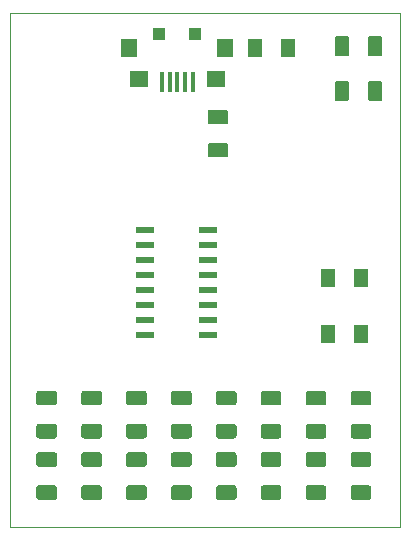
<source format=gbr>
G04 #@! TF.GenerationSoftware,KiCad,Pcbnew,(5.1.0)-1*
G04 #@! TF.CreationDate,2019-09-06T23:09:28-05:00*
G04 #@! TF.ProjectId,CH552G_dev,43483535-3247-45f6-9465-762e6b696361,rev?*
G04 #@! TF.SameCoordinates,Original*
G04 #@! TF.FileFunction,Paste,Top*
G04 #@! TF.FilePolarity,Positive*
%FSLAX46Y46*%
G04 Gerber Fmt 4.6, Leading zero omitted, Abs format (unit mm)*
G04 Created by KiCad (PCBNEW (5.1.0)-1) date 2019-09-06 23:09:28*
%MOMM*%
%LPD*%
G04 APERTURE LIST*
%ADD10C,0.050000*%
%ADD11C,0.100000*%
%ADD12C,1.250000*%
%ADD13R,1.500000X0.600000*%
%ADD14R,1.100000X1.000000*%
%ADD15R,1.350000X1.500000*%
%ADD16R,0.400000X1.800000*%
%ADD17R,1.500000X1.400000*%
%ADD18R,1.250000X1.500000*%
G04 APERTURE END LIST*
D10*
X94500000Y-121500000D02*
X127500000Y-121500000D01*
X94500000Y-78000000D02*
X94500000Y-121500000D01*
X127500000Y-78000000D02*
X94500000Y-78000000D01*
X127500000Y-121500000D02*
X127500000Y-78000000D01*
D11*
G04 #@! TO.C,C1*
G36*
X122999504Y-83726204D02*
G01*
X123023773Y-83729804D01*
X123047571Y-83735765D01*
X123070671Y-83744030D01*
X123092849Y-83754520D01*
X123113893Y-83767133D01*
X123133598Y-83781747D01*
X123151777Y-83798223D01*
X123168253Y-83816402D01*
X123182867Y-83836107D01*
X123195480Y-83857151D01*
X123205970Y-83879329D01*
X123214235Y-83902429D01*
X123220196Y-83926227D01*
X123223796Y-83950496D01*
X123225000Y-83975000D01*
X123225000Y-85225000D01*
X123223796Y-85249504D01*
X123220196Y-85273773D01*
X123214235Y-85297571D01*
X123205970Y-85320671D01*
X123195480Y-85342849D01*
X123182867Y-85363893D01*
X123168253Y-85383598D01*
X123151777Y-85401777D01*
X123133598Y-85418253D01*
X123113893Y-85432867D01*
X123092849Y-85445480D01*
X123070671Y-85455970D01*
X123047571Y-85464235D01*
X123023773Y-85470196D01*
X122999504Y-85473796D01*
X122975000Y-85475000D01*
X122225000Y-85475000D01*
X122200496Y-85473796D01*
X122176227Y-85470196D01*
X122152429Y-85464235D01*
X122129329Y-85455970D01*
X122107151Y-85445480D01*
X122086107Y-85432867D01*
X122066402Y-85418253D01*
X122048223Y-85401777D01*
X122031747Y-85383598D01*
X122017133Y-85363893D01*
X122004520Y-85342849D01*
X121994030Y-85320671D01*
X121985765Y-85297571D01*
X121979804Y-85273773D01*
X121976204Y-85249504D01*
X121975000Y-85225000D01*
X121975000Y-83975000D01*
X121976204Y-83950496D01*
X121979804Y-83926227D01*
X121985765Y-83902429D01*
X121994030Y-83879329D01*
X122004520Y-83857151D01*
X122017133Y-83836107D01*
X122031747Y-83816402D01*
X122048223Y-83798223D01*
X122066402Y-83781747D01*
X122086107Y-83767133D01*
X122107151Y-83754520D01*
X122129329Y-83744030D01*
X122152429Y-83735765D01*
X122176227Y-83729804D01*
X122200496Y-83726204D01*
X122225000Y-83725000D01*
X122975000Y-83725000D01*
X122999504Y-83726204D01*
X122999504Y-83726204D01*
G37*
D12*
X122600000Y-84600000D03*
D11*
G36*
X125799504Y-83726204D02*
G01*
X125823773Y-83729804D01*
X125847571Y-83735765D01*
X125870671Y-83744030D01*
X125892849Y-83754520D01*
X125913893Y-83767133D01*
X125933598Y-83781747D01*
X125951777Y-83798223D01*
X125968253Y-83816402D01*
X125982867Y-83836107D01*
X125995480Y-83857151D01*
X126005970Y-83879329D01*
X126014235Y-83902429D01*
X126020196Y-83926227D01*
X126023796Y-83950496D01*
X126025000Y-83975000D01*
X126025000Y-85225000D01*
X126023796Y-85249504D01*
X126020196Y-85273773D01*
X126014235Y-85297571D01*
X126005970Y-85320671D01*
X125995480Y-85342849D01*
X125982867Y-85363893D01*
X125968253Y-85383598D01*
X125951777Y-85401777D01*
X125933598Y-85418253D01*
X125913893Y-85432867D01*
X125892849Y-85445480D01*
X125870671Y-85455970D01*
X125847571Y-85464235D01*
X125823773Y-85470196D01*
X125799504Y-85473796D01*
X125775000Y-85475000D01*
X125025000Y-85475000D01*
X125000496Y-85473796D01*
X124976227Y-85470196D01*
X124952429Y-85464235D01*
X124929329Y-85455970D01*
X124907151Y-85445480D01*
X124886107Y-85432867D01*
X124866402Y-85418253D01*
X124848223Y-85401777D01*
X124831747Y-85383598D01*
X124817133Y-85363893D01*
X124804520Y-85342849D01*
X124794030Y-85320671D01*
X124785765Y-85297571D01*
X124779804Y-85273773D01*
X124776204Y-85249504D01*
X124775000Y-85225000D01*
X124775000Y-83975000D01*
X124776204Y-83950496D01*
X124779804Y-83926227D01*
X124785765Y-83902429D01*
X124794030Y-83879329D01*
X124804520Y-83857151D01*
X124817133Y-83836107D01*
X124831747Y-83816402D01*
X124848223Y-83798223D01*
X124866402Y-83781747D01*
X124886107Y-83767133D01*
X124907151Y-83754520D01*
X124929329Y-83744030D01*
X124952429Y-83735765D01*
X124976227Y-83729804D01*
X125000496Y-83726204D01*
X125025000Y-83725000D01*
X125775000Y-83725000D01*
X125799504Y-83726204D01*
X125799504Y-83726204D01*
G37*
D12*
X125400000Y-84600000D03*
G04 #@! TD*
D11*
G04 #@! TO.C,C2*
G36*
X125799504Y-79926204D02*
G01*
X125823773Y-79929804D01*
X125847571Y-79935765D01*
X125870671Y-79944030D01*
X125892849Y-79954520D01*
X125913893Y-79967133D01*
X125933598Y-79981747D01*
X125951777Y-79998223D01*
X125968253Y-80016402D01*
X125982867Y-80036107D01*
X125995480Y-80057151D01*
X126005970Y-80079329D01*
X126014235Y-80102429D01*
X126020196Y-80126227D01*
X126023796Y-80150496D01*
X126025000Y-80175000D01*
X126025000Y-81425000D01*
X126023796Y-81449504D01*
X126020196Y-81473773D01*
X126014235Y-81497571D01*
X126005970Y-81520671D01*
X125995480Y-81542849D01*
X125982867Y-81563893D01*
X125968253Y-81583598D01*
X125951777Y-81601777D01*
X125933598Y-81618253D01*
X125913893Y-81632867D01*
X125892849Y-81645480D01*
X125870671Y-81655970D01*
X125847571Y-81664235D01*
X125823773Y-81670196D01*
X125799504Y-81673796D01*
X125775000Y-81675000D01*
X125025000Y-81675000D01*
X125000496Y-81673796D01*
X124976227Y-81670196D01*
X124952429Y-81664235D01*
X124929329Y-81655970D01*
X124907151Y-81645480D01*
X124886107Y-81632867D01*
X124866402Y-81618253D01*
X124848223Y-81601777D01*
X124831747Y-81583598D01*
X124817133Y-81563893D01*
X124804520Y-81542849D01*
X124794030Y-81520671D01*
X124785765Y-81497571D01*
X124779804Y-81473773D01*
X124776204Y-81449504D01*
X124775000Y-81425000D01*
X124775000Y-80175000D01*
X124776204Y-80150496D01*
X124779804Y-80126227D01*
X124785765Y-80102429D01*
X124794030Y-80079329D01*
X124804520Y-80057151D01*
X124817133Y-80036107D01*
X124831747Y-80016402D01*
X124848223Y-79998223D01*
X124866402Y-79981747D01*
X124886107Y-79967133D01*
X124907151Y-79954520D01*
X124929329Y-79944030D01*
X124952429Y-79935765D01*
X124976227Y-79929804D01*
X125000496Y-79926204D01*
X125025000Y-79925000D01*
X125775000Y-79925000D01*
X125799504Y-79926204D01*
X125799504Y-79926204D01*
G37*
D12*
X125400000Y-80800000D03*
D11*
G36*
X122999504Y-79926204D02*
G01*
X123023773Y-79929804D01*
X123047571Y-79935765D01*
X123070671Y-79944030D01*
X123092849Y-79954520D01*
X123113893Y-79967133D01*
X123133598Y-79981747D01*
X123151777Y-79998223D01*
X123168253Y-80016402D01*
X123182867Y-80036107D01*
X123195480Y-80057151D01*
X123205970Y-80079329D01*
X123214235Y-80102429D01*
X123220196Y-80126227D01*
X123223796Y-80150496D01*
X123225000Y-80175000D01*
X123225000Y-81425000D01*
X123223796Y-81449504D01*
X123220196Y-81473773D01*
X123214235Y-81497571D01*
X123205970Y-81520671D01*
X123195480Y-81542849D01*
X123182867Y-81563893D01*
X123168253Y-81583598D01*
X123151777Y-81601777D01*
X123133598Y-81618253D01*
X123113893Y-81632867D01*
X123092849Y-81645480D01*
X123070671Y-81655970D01*
X123047571Y-81664235D01*
X123023773Y-81670196D01*
X122999504Y-81673796D01*
X122975000Y-81675000D01*
X122225000Y-81675000D01*
X122200496Y-81673796D01*
X122176227Y-81670196D01*
X122152429Y-81664235D01*
X122129329Y-81655970D01*
X122107151Y-81645480D01*
X122086107Y-81632867D01*
X122066402Y-81618253D01*
X122048223Y-81601777D01*
X122031747Y-81583598D01*
X122017133Y-81563893D01*
X122004520Y-81542849D01*
X121994030Y-81520671D01*
X121985765Y-81497571D01*
X121979804Y-81473773D01*
X121976204Y-81449504D01*
X121975000Y-81425000D01*
X121975000Y-80175000D01*
X121976204Y-80150496D01*
X121979804Y-80126227D01*
X121985765Y-80102429D01*
X121994030Y-80079329D01*
X122004520Y-80057151D01*
X122017133Y-80036107D01*
X122031747Y-80016402D01*
X122048223Y-79998223D01*
X122066402Y-79981747D01*
X122086107Y-79967133D01*
X122107151Y-79954520D01*
X122129329Y-79944030D01*
X122152429Y-79935765D01*
X122176227Y-79929804D01*
X122200496Y-79926204D01*
X122225000Y-79925000D01*
X122975000Y-79925000D01*
X122999504Y-79926204D01*
X122999504Y-79926204D01*
G37*
D12*
X122600000Y-80800000D03*
G04 #@! TD*
D11*
G04 #@! TO.C,D14*
G36*
X98249504Y-115176204D02*
G01*
X98273773Y-115179804D01*
X98297571Y-115185765D01*
X98320671Y-115194030D01*
X98342849Y-115204520D01*
X98363893Y-115217133D01*
X98383598Y-115231747D01*
X98401777Y-115248223D01*
X98418253Y-115266402D01*
X98432867Y-115286107D01*
X98445480Y-115307151D01*
X98455970Y-115329329D01*
X98464235Y-115352429D01*
X98470196Y-115376227D01*
X98473796Y-115400496D01*
X98475000Y-115425000D01*
X98475000Y-116175000D01*
X98473796Y-116199504D01*
X98470196Y-116223773D01*
X98464235Y-116247571D01*
X98455970Y-116270671D01*
X98445480Y-116292849D01*
X98432867Y-116313893D01*
X98418253Y-116333598D01*
X98401777Y-116351777D01*
X98383598Y-116368253D01*
X98363893Y-116382867D01*
X98342849Y-116395480D01*
X98320671Y-116405970D01*
X98297571Y-116414235D01*
X98273773Y-116420196D01*
X98249504Y-116423796D01*
X98225000Y-116425000D01*
X96975000Y-116425000D01*
X96950496Y-116423796D01*
X96926227Y-116420196D01*
X96902429Y-116414235D01*
X96879329Y-116405970D01*
X96857151Y-116395480D01*
X96836107Y-116382867D01*
X96816402Y-116368253D01*
X96798223Y-116351777D01*
X96781747Y-116333598D01*
X96767133Y-116313893D01*
X96754520Y-116292849D01*
X96744030Y-116270671D01*
X96735765Y-116247571D01*
X96729804Y-116223773D01*
X96726204Y-116199504D01*
X96725000Y-116175000D01*
X96725000Y-115425000D01*
X96726204Y-115400496D01*
X96729804Y-115376227D01*
X96735765Y-115352429D01*
X96744030Y-115329329D01*
X96754520Y-115307151D01*
X96767133Y-115286107D01*
X96781747Y-115266402D01*
X96798223Y-115248223D01*
X96816402Y-115231747D01*
X96836107Y-115217133D01*
X96857151Y-115204520D01*
X96879329Y-115194030D01*
X96902429Y-115185765D01*
X96926227Y-115179804D01*
X96950496Y-115176204D01*
X96975000Y-115175000D01*
X98225000Y-115175000D01*
X98249504Y-115176204D01*
X98249504Y-115176204D01*
G37*
D12*
X97600000Y-115800000D03*
D11*
G36*
X98249504Y-117976204D02*
G01*
X98273773Y-117979804D01*
X98297571Y-117985765D01*
X98320671Y-117994030D01*
X98342849Y-118004520D01*
X98363893Y-118017133D01*
X98383598Y-118031747D01*
X98401777Y-118048223D01*
X98418253Y-118066402D01*
X98432867Y-118086107D01*
X98445480Y-118107151D01*
X98455970Y-118129329D01*
X98464235Y-118152429D01*
X98470196Y-118176227D01*
X98473796Y-118200496D01*
X98475000Y-118225000D01*
X98475000Y-118975000D01*
X98473796Y-118999504D01*
X98470196Y-119023773D01*
X98464235Y-119047571D01*
X98455970Y-119070671D01*
X98445480Y-119092849D01*
X98432867Y-119113893D01*
X98418253Y-119133598D01*
X98401777Y-119151777D01*
X98383598Y-119168253D01*
X98363893Y-119182867D01*
X98342849Y-119195480D01*
X98320671Y-119205970D01*
X98297571Y-119214235D01*
X98273773Y-119220196D01*
X98249504Y-119223796D01*
X98225000Y-119225000D01*
X96975000Y-119225000D01*
X96950496Y-119223796D01*
X96926227Y-119220196D01*
X96902429Y-119214235D01*
X96879329Y-119205970D01*
X96857151Y-119195480D01*
X96836107Y-119182867D01*
X96816402Y-119168253D01*
X96798223Y-119151777D01*
X96781747Y-119133598D01*
X96767133Y-119113893D01*
X96754520Y-119092849D01*
X96744030Y-119070671D01*
X96735765Y-119047571D01*
X96729804Y-119023773D01*
X96726204Y-118999504D01*
X96725000Y-118975000D01*
X96725000Y-118225000D01*
X96726204Y-118200496D01*
X96729804Y-118176227D01*
X96735765Y-118152429D01*
X96744030Y-118129329D01*
X96754520Y-118107151D01*
X96767133Y-118086107D01*
X96781747Y-118066402D01*
X96798223Y-118048223D01*
X96816402Y-118031747D01*
X96836107Y-118017133D01*
X96857151Y-118004520D01*
X96879329Y-117994030D01*
X96902429Y-117985765D01*
X96926227Y-117979804D01*
X96950496Y-117976204D01*
X96975000Y-117975000D01*
X98225000Y-117975000D01*
X98249504Y-117976204D01*
X98249504Y-117976204D01*
G37*
D12*
X97600000Y-118600000D03*
G04 #@! TD*
D11*
G04 #@! TO.C,D15*
G36*
X102049504Y-117976204D02*
G01*
X102073773Y-117979804D01*
X102097571Y-117985765D01*
X102120671Y-117994030D01*
X102142849Y-118004520D01*
X102163893Y-118017133D01*
X102183598Y-118031747D01*
X102201777Y-118048223D01*
X102218253Y-118066402D01*
X102232867Y-118086107D01*
X102245480Y-118107151D01*
X102255970Y-118129329D01*
X102264235Y-118152429D01*
X102270196Y-118176227D01*
X102273796Y-118200496D01*
X102275000Y-118225000D01*
X102275000Y-118975000D01*
X102273796Y-118999504D01*
X102270196Y-119023773D01*
X102264235Y-119047571D01*
X102255970Y-119070671D01*
X102245480Y-119092849D01*
X102232867Y-119113893D01*
X102218253Y-119133598D01*
X102201777Y-119151777D01*
X102183598Y-119168253D01*
X102163893Y-119182867D01*
X102142849Y-119195480D01*
X102120671Y-119205970D01*
X102097571Y-119214235D01*
X102073773Y-119220196D01*
X102049504Y-119223796D01*
X102025000Y-119225000D01*
X100775000Y-119225000D01*
X100750496Y-119223796D01*
X100726227Y-119220196D01*
X100702429Y-119214235D01*
X100679329Y-119205970D01*
X100657151Y-119195480D01*
X100636107Y-119182867D01*
X100616402Y-119168253D01*
X100598223Y-119151777D01*
X100581747Y-119133598D01*
X100567133Y-119113893D01*
X100554520Y-119092849D01*
X100544030Y-119070671D01*
X100535765Y-119047571D01*
X100529804Y-119023773D01*
X100526204Y-118999504D01*
X100525000Y-118975000D01*
X100525000Y-118225000D01*
X100526204Y-118200496D01*
X100529804Y-118176227D01*
X100535765Y-118152429D01*
X100544030Y-118129329D01*
X100554520Y-118107151D01*
X100567133Y-118086107D01*
X100581747Y-118066402D01*
X100598223Y-118048223D01*
X100616402Y-118031747D01*
X100636107Y-118017133D01*
X100657151Y-118004520D01*
X100679329Y-117994030D01*
X100702429Y-117985765D01*
X100726227Y-117979804D01*
X100750496Y-117976204D01*
X100775000Y-117975000D01*
X102025000Y-117975000D01*
X102049504Y-117976204D01*
X102049504Y-117976204D01*
G37*
D12*
X101400000Y-118600000D03*
D11*
G36*
X102049504Y-115176204D02*
G01*
X102073773Y-115179804D01*
X102097571Y-115185765D01*
X102120671Y-115194030D01*
X102142849Y-115204520D01*
X102163893Y-115217133D01*
X102183598Y-115231747D01*
X102201777Y-115248223D01*
X102218253Y-115266402D01*
X102232867Y-115286107D01*
X102245480Y-115307151D01*
X102255970Y-115329329D01*
X102264235Y-115352429D01*
X102270196Y-115376227D01*
X102273796Y-115400496D01*
X102275000Y-115425000D01*
X102275000Y-116175000D01*
X102273796Y-116199504D01*
X102270196Y-116223773D01*
X102264235Y-116247571D01*
X102255970Y-116270671D01*
X102245480Y-116292849D01*
X102232867Y-116313893D01*
X102218253Y-116333598D01*
X102201777Y-116351777D01*
X102183598Y-116368253D01*
X102163893Y-116382867D01*
X102142849Y-116395480D01*
X102120671Y-116405970D01*
X102097571Y-116414235D01*
X102073773Y-116420196D01*
X102049504Y-116423796D01*
X102025000Y-116425000D01*
X100775000Y-116425000D01*
X100750496Y-116423796D01*
X100726227Y-116420196D01*
X100702429Y-116414235D01*
X100679329Y-116405970D01*
X100657151Y-116395480D01*
X100636107Y-116382867D01*
X100616402Y-116368253D01*
X100598223Y-116351777D01*
X100581747Y-116333598D01*
X100567133Y-116313893D01*
X100554520Y-116292849D01*
X100544030Y-116270671D01*
X100535765Y-116247571D01*
X100529804Y-116223773D01*
X100526204Y-116199504D01*
X100525000Y-116175000D01*
X100525000Y-115425000D01*
X100526204Y-115400496D01*
X100529804Y-115376227D01*
X100535765Y-115352429D01*
X100544030Y-115329329D01*
X100554520Y-115307151D01*
X100567133Y-115286107D01*
X100581747Y-115266402D01*
X100598223Y-115248223D01*
X100616402Y-115231747D01*
X100636107Y-115217133D01*
X100657151Y-115204520D01*
X100679329Y-115194030D01*
X100702429Y-115185765D01*
X100726227Y-115179804D01*
X100750496Y-115176204D01*
X100775000Y-115175000D01*
X102025000Y-115175000D01*
X102049504Y-115176204D01*
X102049504Y-115176204D01*
G37*
D12*
X101400000Y-115800000D03*
G04 #@! TD*
D11*
G04 #@! TO.C,D16*
G36*
X105849504Y-115176204D02*
G01*
X105873773Y-115179804D01*
X105897571Y-115185765D01*
X105920671Y-115194030D01*
X105942849Y-115204520D01*
X105963893Y-115217133D01*
X105983598Y-115231747D01*
X106001777Y-115248223D01*
X106018253Y-115266402D01*
X106032867Y-115286107D01*
X106045480Y-115307151D01*
X106055970Y-115329329D01*
X106064235Y-115352429D01*
X106070196Y-115376227D01*
X106073796Y-115400496D01*
X106075000Y-115425000D01*
X106075000Y-116175000D01*
X106073796Y-116199504D01*
X106070196Y-116223773D01*
X106064235Y-116247571D01*
X106055970Y-116270671D01*
X106045480Y-116292849D01*
X106032867Y-116313893D01*
X106018253Y-116333598D01*
X106001777Y-116351777D01*
X105983598Y-116368253D01*
X105963893Y-116382867D01*
X105942849Y-116395480D01*
X105920671Y-116405970D01*
X105897571Y-116414235D01*
X105873773Y-116420196D01*
X105849504Y-116423796D01*
X105825000Y-116425000D01*
X104575000Y-116425000D01*
X104550496Y-116423796D01*
X104526227Y-116420196D01*
X104502429Y-116414235D01*
X104479329Y-116405970D01*
X104457151Y-116395480D01*
X104436107Y-116382867D01*
X104416402Y-116368253D01*
X104398223Y-116351777D01*
X104381747Y-116333598D01*
X104367133Y-116313893D01*
X104354520Y-116292849D01*
X104344030Y-116270671D01*
X104335765Y-116247571D01*
X104329804Y-116223773D01*
X104326204Y-116199504D01*
X104325000Y-116175000D01*
X104325000Y-115425000D01*
X104326204Y-115400496D01*
X104329804Y-115376227D01*
X104335765Y-115352429D01*
X104344030Y-115329329D01*
X104354520Y-115307151D01*
X104367133Y-115286107D01*
X104381747Y-115266402D01*
X104398223Y-115248223D01*
X104416402Y-115231747D01*
X104436107Y-115217133D01*
X104457151Y-115204520D01*
X104479329Y-115194030D01*
X104502429Y-115185765D01*
X104526227Y-115179804D01*
X104550496Y-115176204D01*
X104575000Y-115175000D01*
X105825000Y-115175000D01*
X105849504Y-115176204D01*
X105849504Y-115176204D01*
G37*
D12*
X105200000Y-115800000D03*
D11*
G36*
X105849504Y-117976204D02*
G01*
X105873773Y-117979804D01*
X105897571Y-117985765D01*
X105920671Y-117994030D01*
X105942849Y-118004520D01*
X105963893Y-118017133D01*
X105983598Y-118031747D01*
X106001777Y-118048223D01*
X106018253Y-118066402D01*
X106032867Y-118086107D01*
X106045480Y-118107151D01*
X106055970Y-118129329D01*
X106064235Y-118152429D01*
X106070196Y-118176227D01*
X106073796Y-118200496D01*
X106075000Y-118225000D01*
X106075000Y-118975000D01*
X106073796Y-118999504D01*
X106070196Y-119023773D01*
X106064235Y-119047571D01*
X106055970Y-119070671D01*
X106045480Y-119092849D01*
X106032867Y-119113893D01*
X106018253Y-119133598D01*
X106001777Y-119151777D01*
X105983598Y-119168253D01*
X105963893Y-119182867D01*
X105942849Y-119195480D01*
X105920671Y-119205970D01*
X105897571Y-119214235D01*
X105873773Y-119220196D01*
X105849504Y-119223796D01*
X105825000Y-119225000D01*
X104575000Y-119225000D01*
X104550496Y-119223796D01*
X104526227Y-119220196D01*
X104502429Y-119214235D01*
X104479329Y-119205970D01*
X104457151Y-119195480D01*
X104436107Y-119182867D01*
X104416402Y-119168253D01*
X104398223Y-119151777D01*
X104381747Y-119133598D01*
X104367133Y-119113893D01*
X104354520Y-119092849D01*
X104344030Y-119070671D01*
X104335765Y-119047571D01*
X104329804Y-119023773D01*
X104326204Y-118999504D01*
X104325000Y-118975000D01*
X104325000Y-118225000D01*
X104326204Y-118200496D01*
X104329804Y-118176227D01*
X104335765Y-118152429D01*
X104344030Y-118129329D01*
X104354520Y-118107151D01*
X104367133Y-118086107D01*
X104381747Y-118066402D01*
X104398223Y-118048223D01*
X104416402Y-118031747D01*
X104436107Y-118017133D01*
X104457151Y-118004520D01*
X104479329Y-117994030D01*
X104502429Y-117985765D01*
X104526227Y-117979804D01*
X104550496Y-117976204D01*
X104575000Y-117975000D01*
X105825000Y-117975000D01*
X105849504Y-117976204D01*
X105849504Y-117976204D01*
G37*
D12*
X105200000Y-118600000D03*
G04 #@! TD*
D11*
G04 #@! TO.C,D17*
G36*
X109649504Y-117976204D02*
G01*
X109673773Y-117979804D01*
X109697571Y-117985765D01*
X109720671Y-117994030D01*
X109742849Y-118004520D01*
X109763893Y-118017133D01*
X109783598Y-118031747D01*
X109801777Y-118048223D01*
X109818253Y-118066402D01*
X109832867Y-118086107D01*
X109845480Y-118107151D01*
X109855970Y-118129329D01*
X109864235Y-118152429D01*
X109870196Y-118176227D01*
X109873796Y-118200496D01*
X109875000Y-118225000D01*
X109875000Y-118975000D01*
X109873796Y-118999504D01*
X109870196Y-119023773D01*
X109864235Y-119047571D01*
X109855970Y-119070671D01*
X109845480Y-119092849D01*
X109832867Y-119113893D01*
X109818253Y-119133598D01*
X109801777Y-119151777D01*
X109783598Y-119168253D01*
X109763893Y-119182867D01*
X109742849Y-119195480D01*
X109720671Y-119205970D01*
X109697571Y-119214235D01*
X109673773Y-119220196D01*
X109649504Y-119223796D01*
X109625000Y-119225000D01*
X108375000Y-119225000D01*
X108350496Y-119223796D01*
X108326227Y-119220196D01*
X108302429Y-119214235D01*
X108279329Y-119205970D01*
X108257151Y-119195480D01*
X108236107Y-119182867D01*
X108216402Y-119168253D01*
X108198223Y-119151777D01*
X108181747Y-119133598D01*
X108167133Y-119113893D01*
X108154520Y-119092849D01*
X108144030Y-119070671D01*
X108135765Y-119047571D01*
X108129804Y-119023773D01*
X108126204Y-118999504D01*
X108125000Y-118975000D01*
X108125000Y-118225000D01*
X108126204Y-118200496D01*
X108129804Y-118176227D01*
X108135765Y-118152429D01*
X108144030Y-118129329D01*
X108154520Y-118107151D01*
X108167133Y-118086107D01*
X108181747Y-118066402D01*
X108198223Y-118048223D01*
X108216402Y-118031747D01*
X108236107Y-118017133D01*
X108257151Y-118004520D01*
X108279329Y-117994030D01*
X108302429Y-117985765D01*
X108326227Y-117979804D01*
X108350496Y-117976204D01*
X108375000Y-117975000D01*
X109625000Y-117975000D01*
X109649504Y-117976204D01*
X109649504Y-117976204D01*
G37*
D12*
X109000000Y-118600000D03*
D11*
G36*
X109649504Y-115176204D02*
G01*
X109673773Y-115179804D01*
X109697571Y-115185765D01*
X109720671Y-115194030D01*
X109742849Y-115204520D01*
X109763893Y-115217133D01*
X109783598Y-115231747D01*
X109801777Y-115248223D01*
X109818253Y-115266402D01*
X109832867Y-115286107D01*
X109845480Y-115307151D01*
X109855970Y-115329329D01*
X109864235Y-115352429D01*
X109870196Y-115376227D01*
X109873796Y-115400496D01*
X109875000Y-115425000D01*
X109875000Y-116175000D01*
X109873796Y-116199504D01*
X109870196Y-116223773D01*
X109864235Y-116247571D01*
X109855970Y-116270671D01*
X109845480Y-116292849D01*
X109832867Y-116313893D01*
X109818253Y-116333598D01*
X109801777Y-116351777D01*
X109783598Y-116368253D01*
X109763893Y-116382867D01*
X109742849Y-116395480D01*
X109720671Y-116405970D01*
X109697571Y-116414235D01*
X109673773Y-116420196D01*
X109649504Y-116423796D01*
X109625000Y-116425000D01*
X108375000Y-116425000D01*
X108350496Y-116423796D01*
X108326227Y-116420196D01*
X108302429Y-116414235D01*
X108279329Y-116405970D01*
X108257151Y-116395480D01*
X108236107Y-116382867D01*
X108216402Y-116368253D01*
X108198223Y-116351777D01*
X108181747Y-116333598D01*
X108167133Y-116313893D01*
X108154520Y-116292849D01*
X108144030Y-116270671D01*
X108135765Y-116247571D01*
X108129804Y-116223773D01*
X108126204Y-116199504D01*
X108125000Y-116175000D01*
X108125000Y-115425000D01*
X108126204Y-115400496D01*
X108129804Y-115376227D01*
X108135765Y-115352429D01*
X108144030Y-115329329D01*
X108154520Y-115307151D01*
X108167133Y-115286107D01*
X108181747Y-115266402D01*
X108198223Y-115248223D01*
X108216402Y-115231747D01*
X108236107Y-115217133D01*
X108257151Y-115204520D01*
X108279329Y-115194030D01*
X108302429Y-115185765D01*
X108326227Y-115179804D01*
X108350496Y-115176204D01*
X108375000Y-115175000D01*
X109625000Y-115175000D01*
X109649504Y-115176204D01*
X109649504Y-115176204D01*
G37*
D12*
X109000000Y-115800000D03*
G04 #@! TD*
D11*
G04 #@! TO.C,D30*
G36*
X113449504Y-115176204D02*
G01*
X113473773Y-115179804D01*
X113497571Y-115185765D01*
X113520671Y-115194030D01*
X113542849Y-115204520D01*
X113563893Y-115217133D01*
X113583598Y-115231747D01*
X113601777Y-115248223D01*
X113618253Y-115266402D01*
X113632867Y-115286107D01*
X113645480Y-115307151D01*
X113655970Y-115329329D01*
X113664235Y-115352429D01*
X113670196Y-115376227D01*
X113673796Y-115400496D01*
X113675000Y-115425000D01*
X113675000Y-116175000D01*
X113673796Y-116199504D01*
X113670196Y-116223773D01*
X113664235Y-116247571D01*
X113655970Y-116270671D01*
X113645480Y-116292849D01*
X113632867Y-116313893D01*
X113618253Y-116333598D01*
X113601777Y-116351777D01*
X113583598Y-116368253D01*
X113563893Y-116382867D01*
X113542849Y-116395480D01*
X113520671Y-116405970D01*
X113497571Y-116414235D01*
X113473773Y-116420196D01*
X113449504Y-116423796D01*
X113425000Y-116425000D01*
X112175000Y-116425000D01*
X112150496Y-116423796D01*
X112126227Y-116420196D01*
X112102429Y-116414235D01*
X112079329Y-116405970D01*
X112057151Y-116395480D01*
X112036107Y-116382867D01*
X112016402Y-116368253D01*
X111998223Y-116351777D01*
X111981747Y-116333598D01*
X111967133Y-116313893D01*
X111954520Y-116292849D01*
X111944030Y-116270671D01*
X111935765Y-116247571D01*
X111929804Y-116223773D01*
X111926204Y-116199504D01*
X111925000Y-116175000D01*
X111925000Y-115425000D01*
X111926204Y-115400496D01*
X111929804Y-115376227D01*
X111935765Y-115352429D01*
X111944030Y-115329329D01*
X111954520Y-115307151D01*
X111967133Y-115286107D01*
X111981747Y-115266402D01*
X111998223Y-115248223D01*
X112016402Y-115231747D01*
X112036107Y-115217133D01*
X112057151Y-115204520D01*
X112079329Y-115194030D01*
X112102429Y-115185765D01*
X112126227Y-115179804D01*
X112150496Y-115176204D01*
X112175000Y-115175000D01*
X113425000Y-115175000D01*
X113449504Y-115176204D01*
X113449504Y-115176204D01*
G37*
D12*
X112800000Y-115800000D03*
D11*
G36*
X113449504Y-117976204D02*
G01*
X113473773Y-117979804D01*
X113497571Y-117985765D01*
X113520671Y-117994030D01*
X113542849Y-118004520D01*
X113563893Y-118017133D01*
X113583598Y-118031747D01*
X113601777Y-118048223D01*
X113618253Y-118066402D01*
X113632867Y-118086107D01*
X113645480Y-118107151D01*
X113655970Y-118129329D01*
X113664235Y-118152429D01*
X113670196Y-118176227D01*
X113673796Y-118200496D01*
X113675000Y-118225000D01*
X113675000Y-118975000D01*
X113673796Y-118999504D01*
X113670196Y-119023773D01*
X113664235Y-119047571D01*
X113655970Y-119070671D01*
X113645480Y-119092849D01*
X113632867Y-119113893D01*
X113618253Y-119133598D01*
X113601777Y-119151777D01*
X113583598Y-119168253D01*
X113563893Y-119182867D01*
X113542849Y-119195480D01*
X113520671Y-119205970D01*
X113497571Y-119214235D01*
X113473773Y-119220196D01*
X113449504Y-119223796D01*
X113425000Y-119225000D01*
X112175000Y-119225000D01*
X112150496Y-119223796D01*
X112126227Y-119220196D01*
X112102429Y-119214235D01*
X112079329Y-119205970D01*
X112057151Y-119195480D01*
X112036107Y-119182867D01*
X112016402Y-119168253D01*
X111998223Y-119151777D01*
X111981747Y-119133598D01*
X111967133Y-119113893D01*
X111954520Y-119092849D01*
X111944030Y-119070671D01*
X111935765Y-119047571D01*
X111929804Y-119023773D01*
X111926204Y-118999504D01*
X111925000Y-118975000D01*
X111925000Y-118225000D01*
X111926204Y-118200496D01*
X111929804Y-118176227D01*
X111935765Y-118152429D01*
X111944030Y-118129329D01*
X111954520Y-118107151D01*
X111967133Y-118086107D01*
X111981747Y-118066402D01*
X111998223Y-118048223D01*
X112016402Y-118031747D01*
X112036107Y-118017133D01*
X112057151Y-118004520D01*
X112079329Y-117994030D01*
X112102429Y-117985765D01*
X112126227Y-117979804D01*
X112150496Y-117976204D01*
X112175000Y-117975000D01*
X113425000Y-117975000D01*
X113449504Y-117976204D01*
X113449504Y-117976204D01*
G37*
D12*
X112800000Y-118600000D03*
G04 #@! TD*
D11*
G04 #@! TO.C,D31*
G36*
X117249504Y-117976204D02*
G01*
X117273773Y-117979804D01*
X117297571Y-117985765D01*
X117320671Y-117994030D01*
X117342849Y-118004520D01*
X117363893Y-118017133D01*
X117383598Y-118031747D01*
X117401777Y-118048223D01*
X117418253Y-118066402D01*
X117432867Y-118086107D01*
X117445480Y-118107151D01*
X117455970Y-118129329D01*
X117464235Y-118152429D01*
X117470196Y-118176227D01*
X117473796Y-118200496D01*
X117475000Y-118225000D01*
X117475000Y-118975000D01*
X117473796Y-118999504D01*
X117470196Y-119023773D01*
X117464235Y-119047571D01*
X117455970Y-119070671D01*
X117445480Y-119092849D01*
X117432867Y-119113893D01*
X117418253Y-119133598D01*
X117401777Y-119151777D01*
X117383598Y-119168253D01*
X117363893Y-119182867D01*
X117342849Y-119195480D01*
X117320671Y-119205970D01*
X117297571Y-119214235D01*
X117273773Y-119220196D01*
X117249504Y-119223796D01*
X117225000Y-119225000D01*
X115975000Y-119225000D01*
X115950496Y-119223796D01*
X115926227Y-119220196D01*
X115902429Y-119214235D01*
X115879329Y-119205970D01*
X115857151Y-119195480D01*
X115836107Y-119182867D01*
X115816402Y-119168253D01*
X115798223Y-119151777D01*
X115781747Y-119133598D01*
X115767133Y-119113893D01*
X115754520Y-119092849D01*
X115744030Y-119070671D01*
X115735765Y-119047571D01*
X115729804Y-119023773D01*
X115726204Y-118999504D01*
X115725000Y-118975000D01*
X115725000Y-118225000D01*
X115726204Y-118200496D01*
X115729804Y-118176227D01*
X115735765Y-118152429D01*
X115744030Y-118129329D01*
X115754520Y-118107151D01*
X115767133Y-118086107D01*
X115781747Y-118066402D01*
X115798223Y-118048223D01*
X115816402Y-118031747D01*
X115836107Y-118017133D01*
X115857151Y-118004520D01*
X115879329Y-117994030D01*
X115902429Y-117985765D01*
X115926227Y-117979804D01*
X115950496Y-117976204D01*
X115975000Y-117975000D01*
X117225000Y-117975000D01*
X117249504Y-117976204D01*
X117249504Y-117976204D01*
G37*
D12*
X116600000Y-118600000D03*
D11*
G36*
X117249504Y-115176204D02*
G01*
X117273773Y-115179804D01*
X117297571Y-115185765D01*
X117320671Y-115194030D01*
X117342849Y-115204520D01*
X117363893Y-115217133D01*
X117383598Y-115231747D01*
X117401777Y-115248223D01*
X117418253Y-115266402D01*
X117432867Y-115286107D01*
X117445480Y-115307151D01*
X117455970Y-115329329D01*
X117464235Y-115352429D01*
X117470196Y-115376227D01*
X117473796Y-115400496D01*
X117475000Y-115425000D01*
X117475000Y-116175000D01*
X117473796Y-116199504D01*
X117470196Y-116223773D01*
X117464235Y-116247571D01*
X117455970Y-116270671D01*
X117445480Y-116292849D01*
X117432867Y-116313893D01*
X117418253Y-116333598D01*
X117401777Y-116351777D01*
X117383598Y-116368253D01*
X117363893Y-116382867D01*
X117342849Y-116395480D01*
X117320671Y-116405970D01*
X117297571Y-116414235D01*
X117273773Y-116420196D01*
X117249504Y-116423796D01*
X117225000Y-116425000D01*
X115975000Y-116425000D01*
X115950496Y-116423796D01*
X115926227Y-116420196D01*
X115902429Y-116414235D01*
X115879329Y-116405970D01*
X115857151Y-116395480D01*
X115836107Y-116382867D01*
X115816402Y-116368253D01*
X115798223Y-116351777D01*
X115781747Y-116333598D01*
X115767133Y-116313893D01*
X115754520Y-116292849D01*
X115744030Y-116270671D01*
X115735765Y-116247571D01*
X115729804Y-116223773D01*
X115726204Y-116199504D01*
X115725000Y-116175000D01*
X115725000Y-115425000D01*
X115726204Y-115400496D01*
X115729804Y-115376227D01*
X115735765Y-115352429D01*
X115744030Y-115329329D01*
X115754520Y-115307151D01*
X115767133Y-115286107D01*
X115781747Y-115266402D01*
X115798223Y-115248223D01*
X115816402Y-115231747D01*
X115836107Y-115217133D01*
X115857151Y-115204520D01*
X115879329Y-115194030D01*
X115902429Y-115185765D01*
X115926227Y-115179804D01*
X115950496Y-115176204D01*
X115975000Y-115175000D01*
X117225000Y-115175000D01*
X117249504Y-115176204D01*
X117249504Y-115176204D01*
G37*
D12*
X116600000Y-115800000D03*
G04 #@! TD*
D11*
G04 #@! TO.C,D32*
G36*
X121049504Y-115176204D02*
G01*
X121073773Y-115179804D01*
X121097571Y-115185765D01*
X121120671Y-115194030D01*
X121142849Y-115204520D01*
X121163893Y-115217133D01*
X121183598Y-115231747D01*
X121201777Y-115248223D01*
X121218253Y-115266402D01*
X121232867Y-115286107D01*
X121245480Y-115307151D01*
X121255970Y-115329329D01*
X121264235Y-115352429D01*
X121270196Y-115376227D01*
X121273796Y-115400496D01*
X121275000Y-115425000D01*
X121275000Y-116175000D01*
X121273796Y-116199504D01*
X121270196Y-116223773D01*
X121264235Y-116247571D01*
X121255970Y-116270671D01*
X121245480Y-116292849D01*
X121232867Y-116313893D01*
X121218253Y-116333598D01*
X121201777Y-116351777D01*
X121183598Y-116368253D01*
X121163893Y-116382867D01*
X121142849Y-116395480D01*
X121120671Y-116405970D01*
X121097571Y-116414235D01*
X121073773Y-116420196D01*
X121049504Y-116423796D01*
X121025000Y-116425000D01*
X119775000Y-116425000D01*
X119750496Y-116423796D01*
X119726227Y-116420196D01*
X119702429Y-116414235D01*
X119679329Y-116405970D01*
X119657151Y-116395480D01*
X119636107Y-116382867D01*
X119616402Y-116368253D01*
X119598223Y-116351777D01*
X119581747Y-116333598D01*
X119567133Y-116313893D01*
X119554520Y-116292849D01*
X119544030Y-116270671D01*
X119535765Y-116247571D01*
X119529804Y-116223773D01*
X119526204Y-116199504D01*
X119525000Y-116175000D01*
X119525000Y-115425000D01*
X119526204Y-115400496D01*
X119529804Y-115376227D01*
X119535765Y-115352429D01*
X119544030Y-115329329D01*
X119554520Y-115307151D01*
X119567133Y-115286107D01*
X119581747Y-115266402D01*
X119598223Y-115248223D01*
X119616402Y-115231747D01*
X119636107Y-115217133D01*
X119657151Y-115204520D01*
X119679329Y-115194030D01*
X119702429Y-115185765D01*
X119726227Y-115179804D01*
X119750496Y-115176204D01*
X119775000Y-115175000D01*
X121025000Y-115175000D01*
X121049504Y-115176204D01*
X121049504Y-115176204D01*
G37*
D12*
X120400000Y-115800000D03*
D11*
G36*
X121049504Y-117976204D02*
G01*
X121073773Y-117979804D01*
X121097571Y-117985765D01*
X121120671Y-117994030D01*
X121142849Y-118004520D01*
X121163893Y-118017133D01*
X121183598Y-118031747D01*
X121201777Y-118048223D01*
X121218253Y-118066402D01*
X121232867Y-118086107D01*
X121245480Y-118107151D01*
X121255970Y-118129329D01*
X121264235Y-118152429D01*
X121270196Y-118176227D01*
X121273796Y-118200496D01*
X121275000Y-118225000D01*
X121275000Y-118975000D01*
X121273796Y-118999504D01*
X121270196Y-119023773D01*
X121264235Y-119047571D01*
X121255970Y-119070671D01*
X121245480Y-119092849D01*
X121232867Y-119113893D01*
X121218253Y-119133598D01*
X121201777Y-119151777D01*
X121183598Y-119168253D01*
X121163893Y-119182867D01*
X121142849Y-119195480D01*
X121120671Y-119205970D01*
X121097571Y-119214235D01*
X121073773Y-119220196D01*
X121049504Y-119223796D01*
X121025000Y-119225000D01*
X119775000Y-119225000D01*
X119750496Y-119223796D01*
X119726227Y-119220196D01*
X119702429Y-119214235D01*
X119679329Y-119205970D01*
X119657151Y-119195480D01*
X119636107Y-119182867D01*
X119616402Y-119168253D01*
X119598223Y-119151777D01*
X119581747Y-119133598D01*
X119567133Y-119113893D01*
X119554520Y-119092849D01*
X119544030Y-119070671D01*
X119535765Y-119047571D01*
X119529804Y-119023773D01*
X119526204Y-118999504D01*
X119525000Y-118975000D01*
X119525000Y-118225000D01*
X119526204Y-118200496D01*
X119529804Y-118176227D01*
X119535765Y-118152429D01*
X119544030Y-118129329D01*
X119554520Y-118107151D01*
X119567133Y-118086107D01*
X119581747Y-118066402D01*
X119598223Y-118048223D01*
X119616402Y-118031747D01*
X119636107Y-118017133D01*
X119657151Y-118004520D01*
X119679329Y-117994030D01*
X119702429Y-117985765D01*
X119726227Y-117979804D01*
X119750496Y-117976204D01*
X119775000Y-117975000D01*
X121025000Y-117975000D01*
X121049504Y-117976204D01*
X121049504Y-117976204D01*
G37*
D12*
X120400000Y-118600000D03*
G04 #@! TD*
D11*
G04 #@! TO.C,D33*
G36*
X124849504Y-117976204D02*
G01*
X124873773Y-117979804D01*
X124897571Y-117985765D01*
X124920671Y-117994030D01*
X124942849Y-118004520D01*
X124963893Y-118017133D01*
X124983598Y-118031747D01*
X125001777Y-118048223D01*
X125018253Y-118066402D01*
X125032867Y-118086107D01*
X125045480Y-118107151D01*
X125055970Y-118129329D01*
X125064235Y-118152429D01*
X125070196Y-118176227D01*
X125073796Y-118200496D01*
X125075000Y-118225000D01*
X125075000Y-118975000D01*
X125073796Y-118999504D01*
X125070196Y-119023773D01*
X125064235Y-119047571D01*
X125055970Y-119070671D01*
X125045480Y-119092849D01*
X125032867Y-119113893D01*
X125018253Y-119133598D01*
X125001777Y-119151777D01*
X124983598Y-119168253D01*
X124963893Y-119182867D01*
X124942849Y-119195480D01*
X124920671Y-119205970D01*
X124897571Y-119214235D01*
X124873773Y-119220196D01*
X124849504Y-119223796D01*
X124825000Y-119225000D01*
X123575000Y-119225000D01*
X123550496Y-119223796D01*
X123526227Y-119220196D01*
X123502429Y-119214235D01*
X123479329Y-119205970D01*
X123457151Y-119195480D01*
X123436107Y-119182867D01*
X123416402Y-119168253D01*
X123398223Y-119151777D01*
X123381747Y-119133598D01*
X123367133Y-119113893D01*
X123354520Y-119092849D01*
X123344030Y-119070671D01*
X123335765Y-119047571D01*
X123329804Y-119023773D01*
X123326204Y-118999504D01*
X123325000Y-118975000D01*
X123325000Y-118225000D01*
X123326204Y-118200496D01*
X123329804Y-118176227D01*
X123335765Y-118152429D01*
X123344030Y-118129329D01*
X123354520Y-118107151D01*
X123367133Y-118086107D01*
X123381747Y-118066402D01*
X123398223Y-118048223D01*
X123416402Y-118031747D01*
X123436107Y-118017133D01*
X123457151Y-118004520D01*
X123479329Y-117994030D01*
X123502429Y-117985765D01*
X123526227Y-117979804D01*
X123550496Y-117976204D01*
X123575000Y-117975000D01*
X124825000Y-117975000D01*
X124849504Y-117976204D01*
X124849504Y-117976204D01*
G37*
D12*
X124200000Y-118600000D03*
D11*
G36*
X124849504Y-115176204D02*
G01*
X124873773Y-115179804D01*
X124897571Y-115185765D01*
X124920671Y-115194030D01*
X124942849Y-115204520D01*
X124963893Y-115217133D01*
X124983598Y-115231747D01*
X125001777Y-115248223D01*
X125018253Y-115266402D01*
X125032867Y-115286107D01*
X125045480Y-115307151D01*
X125055970Y-115329329D01*
X125064235Y-115352429D01*
X125070196Y-115376227D01*
X125073796Y-115400496D01*
X125075000Y-115425000D01*
X125075000Y-116175000D01*
X125073796Y-116199504D01*
X125070196Y-116223773D01*
X125064235Y-116247571D01*
X125055970Y-116270671D01*
X125045480Y-116292849D01*
X125032867Y-116313893D01*
X125018253Y-116333598D01*
X125001777Y-116351777D01*
X124983598Y-116368253D01*
X124963893Y-116382867D01*
X124942849Y-116395480D01*
X124920671Y-116405970D01*
X124897571Y-116414235D01*
X124873773Y-116420196D01*
X124849504Y-116423796D01*
X124825000Y-116425000D01*
X123575000Y-116425000D01*
X123550496Y-116423796D01*
X123526227Y-116420196D01*
X123502429Y-116414235D01*
X123479329Y-116405970D01*
X123457151Y-116395480D01*
X123436107Y-116382867D01*
X123416402Y-116368253D01*
X123398223Y-116351777D01*
X123381747Y-116333598D01*
X123367133Y-116313893D01*
X123354520Y-116292849D01*
X123344030Y-116270671D01*
X123335765Y-116247571D01*
X123329804Y-116223773D01*
X123326204Y-116199504D01*
X123325000Y-116175000D01*
X123325000Y-115425000D01*
X123326204Y-115400496D01*
X123329804Y-115376227D01*
X123335765Y-115352429D01*
X123344030Y-115329329D01*
X123354520Y-115307151D01*
X123367133Y-115286107D01*
X123381747Y-115266402D01*
X123398223Y-115248223D01*
X123416402Y-115231747D01*
X123436107Y-115217133D01*
X123457151Y-115204520D01*
X123479329Y-115194030D01*
X123502429Y-115185765D01*
X123526227Y-115179804D01*
X123550496Y-115176204D01*
X123575000Y-115175000D01*
X124825000Y-115175000D01*
X124849504Y-115176204D01*
X124849504Y-115176204D01*
G37*
D12*
X124200000Y-115800000D03*
G04 #@! TD*
D13*
G04 #@! TO.C,IC1*
X111300000Y-96355000D03*
X111300000Y-97625000D03*
X111300000Y-98895000D03*
X111300000Y-100165000D03*
X111300000Y-101435000D03*
X111300000Y-102705000D03*
X111300000Y-103975000D03*
X111300000Y-105245000D03*
X105900000Y-105245000D03*
X105900000Y-103975000D03*
X105900000Y-102705000D03*
X105900000Y-101435000D03*
X105900000Y-100165000D03*
X105900000Y-98895000D03*
X105900000Y-97625000D03*
X105900000Y-96355000D03*
G04 #@! TD*
D14*
G04 #@! TO.C,J1*
X107150000Y-79750000D03*
X110150000Y-79750000D03*
D15*
X104575000Y-80930000D03*
X112725000Y-80930000D03*
D16*
X107350000Y-83800000D03*
X109950000Y-83800000D03*
X108000000Y-83800000D03*
X109300000Y-83800000D03*
X108650000Y-83800000D03*
D17*
X105400000Y-83600000D03*
X111900000Y-83600000D03*
G04 #@! TD*
D11*
G04 #@! TO.C,R1*
G36*
X112749504Y-86176204D02*
G01*
X112773773Y-86179804D01*
X112797571Y-86185765D01*
X112820671Y-86194030D01*
X112842849Y-86204520D01*
X112863893Y-86217133D01*
X112883598Y-86231747D01*
X112901777Y-86248223D01*
X112918253Y-86266402D01*
X112932867Y-86286107D01*
X112945480Y-86307151D01*
X112955970Y-86329329D01*
X112964235Y-86352429D01*
X112970196Y-86376227D01*
X112973796Y-86400496D01*
X112975000Y-86425000D01*
X112975000Y-87175000D01*
X112973796Y-87199504D01*
X112970196Y-87223773D01*
X112964235Y-87247571D01*
X112955970Y-87270671D01*
X112945480Y-87292849D01*
X112932867Y-87313893D01*
X112918253Y-87333598D01*
X112901777Y-87351777D01*
X112883598Y-87368253D01*
X112863893Y-87382867D01*
X112842849Y-87395480D01*
X112820671Y-87405970D01*
X112797571Y-87414235D01*
X112773773Y-87420196D01*
X112749504Y-87423796D01*
X112725000Y-87425000D01*
X111475000Y-87425000D01*
X111450496Y-87423796D01*
X111426227Y-87420196D01*
X111402429Y-87414235D01*
X111379329Y-87405970D01*
X111357151Y-87395480D01*
X111336107Y-87382867D01*
X111316402Y-87368253D01*
X111298223Y-87351777D01*
X111281747Y-87333598D01*
X111267133Y-87313893D01*
X111254520Y-87292849D01*
X111244030Y-87270671D01*
X111235765Y-87247571D01*
X111229804Y-87223773D01*
X111226204Y-87199504D01*
X111225000Y-87175000D01*
X111225000Y-86425000D01*
X111226204Y-86400496D01*
X111229804Y-86376227D01*
X111235765Y-86352429D01*
X111244030Y-86329329D01*
X111254520Y-86307151D01*
X111267133Y-86286107D01*
X111281747Y-86266402D01*
X111298223Y-86248223D01*
X111316402Y-86231747D01*
X111336107Y-86217133D01*
X111357151Y-86204520D01*
X111379329Y-86194030D01*
X111402429Y-86185765D01*
X111426227Y-86179804D01*
X111450496Y-86176204D01*
X111475000Y-86175000D01*
X112725000Y-86175000D01*
X112749504Y-86176204D01*
X112749504Y-86176204D01*
G37*
D12*
X112100000Y-86800000D03*
D11*
G36*
X112749504Y-88976204D02*
G01*
X112773773Y-88979804D01*
X112797571Y-88985765D01*
X112820671Y-88994030D01*
X112842849Y-89004520D01*
X112863893Y-89017133D01*
X112883598Y-89031747D01*
X112901777Y-89048223D01*
X112918253Y-89066402D01*
X112932867Y-89086107D01*
X112945480Y-89107151D01*
X112955970Y-89129329D01*
X112964235Y-89152429D01*
X112970196Y-89176227D01*
X112973796Y-89200496D01*
X112975000Y-89225000D01*
X112975000Y-89975000D01*
X112973796Y-89999504D01*
X112970196Y-90023773D01*
X112964235Y-90047571D01*
X112955970Y-90070671D01*
X112945480Y-90092849D01*
X112932867Y-90113893D01*
X112918253Y-90133598D01*
X112901777Y-90151777D01*
X112883598Y-90168253D01*
X112863893Y-90182867D01*
X112842849Y-90195480D01*
X112820671Y-90205970D01*
X112797571Y-90214235D01*
X112773773Y-90220196D01*
X112749504Y-90223796D01*
X112725000Y-90225000D01*
X111475000Y-90225000D01*
X111450496Y-90223796D01*
X111426227Y-90220196D01*
X111402429Y-90214235D01*
X111379329Y-90205970D01*
X111357151Y-90195480D01*
X111336107Y-90182867D01*
X111316402Y-90168253D01*
X111298223Y-90151777D01*
X111281747Y-90133598D01*
X111267133Y-90113893D01*
X111254520Y-90092849D01*
X111244030Y-90070671D01*
X111235765Y-90047571D01*
X111229804Y-90023773D01*
X111226204Y-89999504D01*
X111225000Y-89975000D01*
X111225000Y-89225000D01*
X111226204Y-89200496D01*
X111229804Y-89176227D01*
X111235765Y-89152429D01*
X111244030Y-89129329D01*
X111254520Y-89107151D01*
X111267133Y-89086107D01*
X111281747Y-89066402D01*
X111298223Y-89048223D01*
X111316402Y-89031747D01*
X111336107Y-89017133D01*
X111357151Y-89004520D01*
X111379329Y-88994030D01*
X111402429Y-88985765D01*
X111426227Y-88979804D01*
X111450496Y-88976204D01*
X111475000Y-88975000D01*
X112725000Y-88975000D01*
X112749504Y-88976204D01*
X112749504Y-88976204D01*
G37*
D12*
X112100000Y-89600000D03*
G04 #@! TD*
D11*
G04 #@! TO.C,R14*
G36*
X98249504Y-112776204D02*
G01*
X98273773Y-112779804D01*
X98297571Y-112785765D01*
X98320671Y-112794030D01*
X98342849Y-112804520D01*
X98363893Y-112817133D01*
X98383598Y-112831747D01*
X98401777Y-112848223D01*
X98418253Y-112866402D01*
X98432867Y-112886107D01*
X98445480Y-112907151D01*
X98455970Y-112929329D01*
X98464235Y-112952429D01*
X98470196Y-112976227D01*
X98473796Y-113000496D01*
X98475000Y-113025000D01*
X98475000Y-113775000D01*
X98473796Y-113799504D01*
X98470196Y-113823773D01*
X98464235Y-113847571D01*
X98455970Y-113870671D01*
X98445480Y-113892849D01*
X98432867Y-113913893D01*
X98418253Y-113933598D01*
X98401777Y-113951777D01*
X98383598Y-113968253D01*
X98363893Y-113982867D01*
X98342849Y-113995480D01*
X98320671Y-114005970D01*
X98297571Y-114014235D01*
X98273773Y-114020196D01*
X98249504Y-114023796D01*
X98225000Y-114025000D01*
X96975000Y-114025000D01*
X96950496Y-114023796D01*
X96926227Y-114020196D01*
X96902429Y-114014235D01*
X96879329Y-114005970D01*
X96857151Y-113995480D01*
X96836107Y-113982867D01*
X96816402Y-113968253D01*
X96798223Y-113951777D01*
X96781747Y-113933598D01*
X96767133Y-113913893D01*
X96754520Y-113892849D01*
X96744030Y-113870671D01*
X96735765Y-113847571D01*
X96729804Y-113823773D01*
X96726204Y-113799504D01*
X96725000Y-113775000D01*
X96725000Y-113025000D01*
X96726204Y-113000496D01*
X96729804Y-112976227D01*
X96735765Y-112952429D01*
X96744030Y-112929329D01*
X96754520Y-112907151D01*
X96767133Y-112886107D01*
X96781747Y-112866402D01*
X96798223Y-112848223D01*
X96816402Y-112831747D01*
X96836107Y-112817133D01*
X96857151Y-112804520D01*
X96879329Y-112794030D01*
X96902429Y-112785765D01*
X96926227Y-112779804D01*
X96950496Y-112776204D01*
X96975000Y-112775000D01*
X98225000Y-112775000D01*
X98249504Y-112776204D01*
X98249504Y-112776204D01*
G37*
D12*
X97600000Y-113400000D03*
D11*
G36*
X98249504Y-109976204D02*
G01*
X98273773Y-109979804D01*
X98297571Y-109985765D01*
X98320671Y-109994030D01*
X98342849Y-110004520D01*
X98363893Y-110017133D01*
X98383598Y-110031747D01*
X98401777Y-110048223D01*
X98418253Y-110066402D01*
X98432867Y-110086107D01*
X98445480Y-110107151D01*
X98455970Y-110129329D01*
X98464235Y-110152429D01*
X98470196Y-110176227D01*
X98473796Y-110200496D01*
X98475000Y-110225000D01*
X98475000Y-110975000D01*
X98473796Y-110999504D01*
X98470196Y-111023773D01*
X98464235Y-111047571D01*
X98455970Y-111070671D01*
X98445480Y-111092849D01*
X98432867Y-111113893D01*
X98418253Y-111133598D01*
X98401777Y-111151777D01*
X98383598Y-111168253D01*
X98363893Y-111182867D01*
X98342849Y-111195480D01*
X98320671Y-111205970D01*
X98297571Y-111214235D01*
X98273773Y-111220196D01*
X98249504Y-111223796D01*
X98225000Y-111225000D01*
X96975000Y-111225000D01*
X96950496Y-111223796D01*
X96926227Y-111220196D01*
X96902429Y-111214235D01*
X96879329Y-111205970D01*
X96857151Y-111195480D01*
X96836107Y-111182867D01*
X96816402Y-111168253D01*
X96798223Y-111151777D01*
X96781747Y-111133598D01*
X96767133Y-111113893D01*
X96754520Y-111092849D01*
X96744030Y-111070671D01*
X96735765Y-111047571D01*
X96729804Y-111023773D01*
X96726204Y-110999504D01*
X96725000Y-110975000D01*
X96725000Y-110225000D01*
X96726204Y-110200496D01*
X96729804Y-110176227D01*
X96735765Y-110152429D01*
X96744030Y-110129329D01*
X96754520Y-110107151D01*
X96767133Y-110086107D01*
X96781747Y-110066402D01*
X96798223Y-110048223D01*
X96816402Y-110031747D01*
X96836107Y-110017133D01*
X96857151Y-110004520D01*
X96879329Y-109994030D01*
X96902429Y-109985765D01*
X96926227Y-109979804D01*
X96950496Y-109976204D01*
X96975000Y-109975000D01*
X98225000Y-109975000D01*
X98249504Y-109976204D01*
X98249504Y-109976204D01*
G37*
D12*
X97600000Y-110600000D03*
G04 #@! TD*
D11*
G04 #@! TO.C,R15*
G36*
X102049504Y-109976204D02*
G01*
X102073773Y-109979804D01*
X102097571Y-109985765D01*
X102120671Y-109994030D01*
X102142849Y-110004520D01*
X102163893Y-110017133D01*
X102183598Y-110031747D01*
X102201777Y-110048223D01*
X102218253Y-110066402D01*
X102232867Y-110086107D01*
X102245480Y-110107151D01*
X102255970Y-110129329D01*
X102264235Y-110152429D01*
X102270196Y-110176227D01*
X102273796Y-110200496D01*
X102275000Y-110225000D01*
X102275000Y-110975000D01*
X102273796Y-110999504D01*
X102270196Y-111023773D01*
X102264235Y-111047571D01*
X102255970Y-111070671D01*
X102245480Y-111092849D01*
X102232867Y-111113893D01*
X102218253Y-111133598D01*
X102201777Y-111151777D01*
X102183598Y-111168253D01*
X102163893Y-111182867D01*
X102142849Y-111195480D01*
X102120671Y-111205970D01*
X102097571Y-111214235D01*
X102073773Y-111220196D01*
X102049504Y-111223796D01*
X102025000Y-111225000D01*
X100775000Y-111225000D01*
X100750496Y-111223796D01*
X100726227Y-111220196D01*
X100702429Y-111214235D01*
X100679329Y-111205970D01*
X100657151Y-111195480D01*
X100636107Y-111182867D01*
X100616402Y-111168253D01*
X100598223Y-111151777D01*
X100581747Y-111133598D01*
X100567133Y-111113893D01*
X100554520Y-111092849D01*
X100544030Y-111070671D01*
X100535765Y-111047571D01*
X100529804Y-111023773D01*
X100526204Y-110999504D01*
X100525000Y-110975000D01*
X100525000Y-110225000D01*
X100526204Y-110200496D01*
X100529804Y-110176227D01*
X100535765Y-110152429D01*
X100544030Y-110129329D01*
X100554520Y-110107151D01*
X100567133Y-110086107D01*
X100581747Y-110066402D01*
X100598223Y-110048223D01*
X100616402Y-110031747D01*
X100636107Y-110017133D01*
X100657151Y-110004520D01*
X100679329Y-109994030D01*
X100702429Y-109985765D01*
X100726227Y-109979804D01*
X100750496Y-109976204D01*
X100775000Y-109975000D01*
X102025000Y-109975000D01*
X102049504Y-109976204D01*
X102049504Y-109976204D01*
G37*
D12*
X101400000Y-110600000D03*
D11*
G36*
X102049504Y-112776204D02*
G01*
X102073773Y-112779804D01*
X102097571Y-112785765D01*
X102120671Y-112794030D01*
X102142849Y-112804520D01*
X102163893Y-112817133D01*
X102183598Y-112831747D01*
X102201777Y-112848223D01*
X102218253Y-112866402D01*
X102232867Y-112886107D01*
X102245480Y-112907151D01*
X102255970Y-112929329D01*
X102264235Y-112952429D01*
X102270196Y-112976227D01*
X102273796Y-113000496D01*
X102275000Y-113025000D01*
X102275000Y-113775000D01*
X102273796Y-113799504D01*
X102270196Y-113823773D01*
X102264235Y-113847571D01*
X102255970Y-113870671D01*
X102245480Y-113892849D01*
X102232867Y-113913893D01*
X102218253Y-113933598D01*
X102201777Y-113951777D01*
X102183598Y-113968253D01*
X102163893Y-113982867D01*
X102142849Y-113995480D01*
X102120671Y-114005970D01*
X102097571Y-114014235D01*
X102073773Y-114020196D01*
X102049504Y-114023796D01*
X102025000Y-114025000D01*
X100775000Y-114025000D01*
X100750496Y-114023796D01*
X100726227Y-114020196D01*
X100702429Y-114014235D01*
X100679329Y-114005970D01*
X100657151Y-113995480D01*
X100636107Y-113982867D01*
X100616402Y-113968253D01*
X100598223Y-113951777D01*
X100581747Y-113933598D01*
X100567133Y-113913893D01*
X100554520Y-113892849D01*
X100544030Y-113870671D01*
X100535765Y-113847571D01*
X100529804Y-113823773D01*
X100526204Y-113799504D01*
X100525000Y-113775000D01*
X100525000Y-113025000D01*
X100526204Y-113000496D01*
X100529804Y-112976227D01*
X100535765Y-112952429D01*
X100544030Y-112929329D01*
X100554520Y-112907151D01*
X100567133Y-112886107D01*
X100581747Y-112866402D01*
X100598223Y-112848223D01*
X100616402Y-112831747D01*
X100636107Y-112817133D01*
X100657151Y-112804520D01*
X100679329Y-112794030D01*
X100702429Y-112785765D01*
X100726227Y-112779804D01*
X100750496Y-112776204D01*
X100775000Y-112775000D01*
X102025000Y-112775000D01*
X102049504Y-112776204D01*
X102049504Y-112776204D01*
G37*
D12*
X101400000Y-113400000D03*
G04 #@! TD*
D11*
G04 #@! TO.C,R16*
G36*
X105849504Y-112776204D02*
G01*
X105873773Y-112779804D01*
X105897571Y-112785765D01*
X105920671Y-112794030D01*
X105942849Y-112804520D01*
X105963893Y-112817133D01*
X105983598Y-112831747D01*
X106001777Y-112848223D01*
X106018253Y-112866402D01*
X106032867Y-112886107D01*
X106045480Y-112907151D01*
X106055970Y-112929329D01*
X106064235Y-112952429D01*
X106070196Y-112976227D01*
X106073796Y-113000496D01*
X106075000Y-113025000D01*
X106075000Y-113775000D01*
X106073796Y-113799504D01*
X106070196Y-113823773D01*
X106064235Y-113847571D01*
X106055970Y-113870671D01*
X106045480Y-113892849D01*
X106032867Y-113913893D01*
X106018253Y-113933598D01*
X106001777Y-113951777D01*
X105983598Y-113968253D01*
X105963893Y-113982867D01*
X105942849Y-113995480D01*
X105920671Y-114005970D01*
X105897571Y-114014235D01*
X105873773Y-114020196D01*
X105849504Y-114023796D01*
X105825000Y-114025000D01*
X104575000Y-114025000D01*
X104550496Y-114023796D01*
X104526227Y-114020196D01*
X104502429Y-114014235D01*
X104479329Y-114005970D01*
X104457151Y-113995480D01*
X104436107Y-113982867D01*
X104416402Y-113968253D01*
X104398223Y-113951777D01*
X104381747Y-113933598D01*
X104367133Y-113913893D01*
X104354520Y-113892849D01*
X104344030Y-113870671D01*
X104335765Y-113847571D01*
X104329804Y-113823773D01*
X104326204Y-113799504D01*
X104325000Y-113775000D01*
X104325000Y-113025000D01*
X104326204Y-113000496D01*
X104329804Y-112976227D01*
X104335765Y-112952429D01*
X104344030Y-112929329D01*
X104354520Y-112907151D01*
X104367133Y-112886107D01*
X104381747Y-112866402D01*
X104398223Y-112848223D01*
X104416402Y-112831747D01*
X104436107Y-112817133D01*
X104457151Y-112804520D01*
X104479329Y-112794030D01*
X104502429Y-112785765D01*
X104526227Y-112779804D01*
X104550496Y-112776204D01*
X104575000Y-112775000D01*
X105825000Y-112775000D01*
X105849504Y-112776204D01*
X105849504Y-112776204D01*
G37*
D12*
X105200000Y-113400000D03*
D11*
G36*
X105849504Y-109976204D02*
G01*
X105873773Y-109979804D01*
X105897571Y-109985765D01*
X105920671Y-109994030D01*
X105942849Y-110004520D01*
X105963893Y-110017133D01*
X105983598Y-110031747D01*
X106001777Y-110048223D01*
X106018253Y-110066402D01*
X106032867Y-110086107D01*
X106045480Y-110107151D01*
X106055970Y-110129329D01*
X106064235Y-110152429D01*
X106070196Y-110176227D01*
X106073796Y-110200496D01*
X106075000Y-110225000D01*
X106075000Y-110975000D01*
X106073796Y-110999504D01*
X106070196Y-111023773D01*
X106064235Y-111047571D01*
X106055970Y-111070671D01*
X106045480Y-111092849D01*
X106032867Y-111113893D01*
X106018253Y-111133598D01*
X106001777Y-111151777D01*
X105983598Y-111168253D01*
X105963893Y-111182867D01*
X105942849Y-111195480D01*
X105920671Y-111205970D01*
X105897571Y-111214235D01*
X105873773Y-111220196D01*
X105849504Y-111223796D01*
X105825000Y-111225000D01*
X104575000Y-111225000D01*
X104550496Y-111223796D01*
X104526227Y-111220196D01*
X104502429Y-111214235D01*
X104479329Y-111205970D01*
X104457151Y-111195480D01*
X104436107Y-111182867D01*
X104416402Y-111168253D01*
X104398223Y-111151777D01*
X104381747Y-111133598D01*
X104367133Y-111113893D01*
X104354520Y-111092849D01*
X104344030Y-111070671D01*
X104335765Y-111047571D01*
X104329804Y-111023773D01*
X104326204Y-110999504D01*
X104325000Y-110975000D01*
X104325000Y-110225000D01*
X104326204Y-110200496D01*
X104329804Y-110176227D01*
X104335765Y-110152429D01*
X104344030Y-110129329D01*
X104354520Y-110107151D01*
X104367133Y-110086107D01*
X104381747Y-110066402D01*
X104398223Y-110048223D01*
X104416402Y-110031747D01*
X104436107Y-110017133D01*
X104457151Y-110004520D01*
X104479329Y-109994030D01*
X104502429Y-109985765D01*
X104526227Y-109979804D01*
X104550496Y-109976204D01*
X104575000Y-109975000D01*
X105825000Y-109975000D01*
X105849504Y-109976204D01*
X105849504Y-109976204D01*
G37*
D12*
X105200000Y-110600000D03*
G04 #@! TD*
D11*
G04 #@! TO.C,R17*
G36*
X109649504Y-112776204D02*
G01*
X109673773Y-112779804D01*
X109697571Y-112785765D01*
X109720671Y-112794030D01*
X109742849Y-112804520D01*
X109763893Y-112817133D01*
X109783598Y-112831747D01*
X109801777Y-112848223D01*
X109818253Y-112866402D01*
X109832867Y-112886107D01*
X109845480Y-112907151D01*
X109855970Y-112929329D01*
X109864235Y-112952429D01*
X109870196Y-112976227D01*
X109873796Y-113000496D01*
X109875000Y-113025000D01*
X109875000Y-113775000D01*
X109873796Y-113799504D01*
X109870196Y-113823773D01*
X109864235Y-113847571D01*
X109855970Y-113870671D01*
X109845480Y-113892849D01*
X109832867Y-113913893D01*
X109818253Y-113933598D01*
X109801777Y-113951777D01*
X109783598Y-113968253D01*
X109763893Y-113982867D01*
X109742849Y-113995480D01*
X109720671Y-114005970D01*
X109697571Y-114014235D01*
X109673773Y-114020196D01*
X109649504Y-114023796D01*
X109625000Y-114025000D01*
X108375000Y-114025000D01*
X108350496Y-114023796D01*
X108326227Y-114020196D01*
X108302429Y-114014235D01*
X108279329Y-114005970D01*
X108257151Y-113995480D01*
X108236107Y-113982867D01*
X108216402Y-113968253D01*
X108198223Y-113951777D01*
X108181747Y-113933598D01*
X108167133Y-113913893D01*
X108154520Y-113892849D01*
X108144030Y-113870671D01*
X108135765Y-113847571D01*
X108129804Y-113823773D01*
X108126204Y-113799504D01*
X108125000Y-113775000D01*
X108125000Y-113025000D01*
X108126204Y-113000496D01*
X108129804Y-112976227D01*
X108135765Y-112952429D01*
X108144030Y-112929329D01*
X108154520Y-112907151D01*
X108167133Y-112886107D01*
X108181747Y-112866402D01*
X108198223Y-112848223D01*
X108216402Y-112831747D01*
X108236107Y-112817133D01*
X108257151Y-112804520D01*
X108279329Y-112794030D01*
X108302429Y-112785765D01*
X108326227Y-112779804D01*
X108350496Y-112776204D01*
X108375000Y-112775000D01*
X109625000Y-112775000D01*
X109649504Y-112776204D01*
X109649504Y-112776204D01*
G37*
D12*
X109000000Y-113400000D03*
D11*
G36*
X109649504Y-109976204D02*
G01*
X109673773Y-109979804D01*
X109697571Y-109985765D01*
X109720671Y-109994030D01*
X109742849Y-110004520D01*
X109763893Y-110017133D01*
X109783598Y-110031747D01*
X109801777Y-110048223D01*
X109818253Y-110066402D01*
X109832867Y-110086107D01*
X109845480Y-110107151D01*
X109855970Y-110129329D01*
X109864235Y-110152429D01*
X109870196Y-110176227D01*
X109873796Y-110200496D01*
X109875000Y-110225000D01*
X109875000Y-110975000D01*
X109873796Y-110999504D01*
X109870196Y-111023773D01*
X109864235Y-111047571D01*
X109855970Y-111070671D01*
X109845480Y-111092849D01*
X109832867Y-111113893D01*
X109818253Y-111133598D01*
X109801777Y-111151777D01*
X109783598Y-111168253D01*
X109763893Y-111182867D01*
X109742849Y-111195480D01*
X109720671Y-111205970D01*
X109697571Y-111214235D01*
X109673773Y-111220196D01*
X109649504Y-111223796D01*
X109625000Y-111225000D01*
X108375000Y-111225000D01*
X108350496Y-111223796D01*
X108326227Y-111220196D01*
X108302429Y-111214235D01*
X108279329Y-111205970D01*
X108257151Y-111195480D01*
X108236107Y-111182867D01*
X108216402Y-111168253D01*
X108198223Y-111151777D01*
X108181747Y-111133598D01*
X108167133Y-111113893D01*
X108154520Y-111092849D01*
X108144030Y-111070671D01*
X108135765Y-111047571D01*
X108129804Y-111023773D01*
X108126204Y-110999504D01*
X108125000Y-110975000D01*
X108125000Y-110225000D01*
X108126204Y-110200496D01*
X108129804Y-110176227D01*
X108135765Y-110152429D01*
X108144030Y-110129329D01*
X108154520Y-110107151D01*
X108167133Y-110086107D01*
X108181747Y-110066402D01*
X108198223Y-110048223D01*
X108216402Y-110031747D01*
X108236107Y-110017133D01*
X108257151Y-110004520D01*
X108279329Y-109994030D01*
X108302429Y-109985765D01*
X108326227Y-109979804D01*
X108350496Y-109976204D01*
X108375000Y-109975000D01*
X109625000Y-109975000D01*
X109649504Y-109976204D01*
X109649504Y-109976204D01*
G37*
D12*
X109000000Y-110600000D03*
G04 #@! TD*
D11*
G04 #@! TO.C,R30*
G36*
X113449504Y-112776204D02*
G01*
X113473773Y-112779804D01*
X113497571Y-112785765D01*
X113520671Y-112794030D01*
X113542849Y-112804520D01*
X113563893Y-112817133D01*
X113583598Y-112831747D01*
X113601777Y-112848223D01*
X113618253Y-112866402D01*
X113632867Y-112886107D01*
X113645480Y-112907151D01*
X113655970Y-112929329D01*
X113664235Y-112952429D01*
X113670196Y-112976227D01*
X113673796Y-113000496D01*
X113675000Y-113025000D01*
X113675000Y-113775000D01*
X113673796Y-113799504D01*
X113670196Y-113823773D01*
X113664235Y-113847571D01*
X113655970Y-113870671D01*
X113645480Y-113892849D01*
X113632867Y-113913893D01*
X113618253Y-113933598D01*
X113601777Y-113951777D01*
X113583598Y-113968253D01*
X113563893Y-113982867D01*
X113542849Y-113995480D01*
X113520671Y-114005970D01*
X113497571Y-114014235D01*
X113473773Y-114020196D01*
X113449504Y-114023796D01*
X113425000Y-114025000D01*
X112175000Y-114025000D01*
X112150496Y-114023796D01*
X112126227Y-114020196D01*
X112102429Y-114014235D01*
X112079329Y-114005970D01*
X112057151Y-113995480D01*
X112036107Y-113982867D01*
X112016402Y-113968253D01*
X111998223Y-113951777D01*
X111981747Y-113933598D01*
X111967133Y-113913893D01*
X111954520Y-113892849D01*
X111944030Y-113870671D01*
X111935765Y-113847571D01*
X111929804Y-113823773D01*
X111926204Y-113799504D01*
X111925000Y-113775000D01*
X111925000Y-113025000D01*
X111926204Y-113000496D01*
X111929804Y-112976227D01*
X111935765Y-112952429D01*
X111944030Y-112929329D01*
X111954520Y-112907151D01*
X111967133Y-112886107D01*
X111981747Y-112866402D01*
X111998223Y-112848223D01*
X112016402Y-112831747D01*
X112036107Y-112817133D01*
X112057151Y-112804520D01*
X112079329Y-112794030D01*
X112102429Y-112785765D01*
X112126227Y-112779804D01*
X112150496Y-112776204D01*
X112175000Y-112775000D01*
X113425000Y-112775000D01*
X113449504Y-112776204D01*
X113449504Y-112776204D01*
G37*
D12*
X112800000Y-113400000D03*
D11*
G36*
X113449504Y-109976204D02*
G01*
X113473773Y-109979804D01*
X113497571Y-109985765D01*
X113520671Y-109994030D01*
X113542849Y-110004520D01*
X113563893Y-110017133D01*
X113583598Y-110031747D01*
X113601777Y-110048223D01*
X113618253Y-110066402D01*
X113632867Y-110086107D01*
X113645480Y-110107151D01*
X113655970Y-110129329D01*
X113664235Y-110152429D01*
X113670196Y-110176227D01*
X113673796Y-110200496D01*
X113675000Y-110225000D01*
X113675000Y-110975000D01*
X113673796Y-110999504D01*
X113670196Y-111023773D01*
X113664235Y-111047571D01*
X113655970Y-111070671D01*
X113645480Y-111092849D01*
X113632867Y-111113893D01*
X113618253Y-111133598D01*
X113601777Y-111151777D01*
X113583598Y-111168253D01*
X113563893Y-111182867D01*
X113542849Y-111195480D01*
X113520671Y-111205970D01*
X113497571Y-111214235D01*
X113473773Y-111220196D01*
X113449504Y-111223796D01*
X113425000Y-111225000D01*
X112175000Y-111225000D01*
X112150496Y-111223796D01*
X112126227Y-111220196D01*
X112102429Y-111214235D01*
X112079329Y-111205970D01*
X112057151Y-111195480D01*
X112036107Y-111182867D01*
X112016402Y-111168253D01*
X111998223Y-111151777D01*
X111981747Y-111133598D01*
X111967133Y-111113893D01*
X111954520Y-111092849D01*
X111944030Y-111070671D01*
X111935765Y-111047571D01*
X111929804Y-111023773D01*
X111926204Y-110999504D01*
X111925000Y-110975000D01*
X111925000Y-110225000D01*
X111926204Y-110200496D01*
X111929804Y-110176227D01*
X111935765Y-110152429D01*
X111944030Y-110129329D01*
X111954520Y-110107151D01*
X111967133Y-110086107D01*
X111981747Y-110066402D01*
X111998223Y-110048223D01*
X112016402Y-110031747D01*
X112036107Y-110017133D01*
X112057151Y-110004520D01*
X112079329Y-109994030D01*
X112102429Y-109985765D01*
X112126227Y-109979804D01*
X112150496Y-109976204D01*
X112175000Y-109975000D01*
X113425000Y-109975000D01*
X113449504Y-109976204D01*
X113449504Y-109976204D01*
G37*
D12*
X112800000Y-110600000D03*
G04 #@! TD*
D11*
G04 #@! TO.C,R31*
G36*
X117249504Y-109976204D02*
G01*
X117273773Y-109979804D01*
X117297571Y-109985765D01*
X117320671Y-109994030D01*
X117342849Y-110004520D01*
X117363893Y-110017133D01*
X117383598Y-110031747D01*
X117401777Y-110048223D01*
X117418253Y-110066402D01*
X117432867Y-110086107D01*
X117445480Y-110107151D01*
X117455970Y-110129329D01*
X117464235Y-110152429D01*
X117470196Y-110176227D01*
X117473796Y-110200496D01*
X117475000Y-110225000D01*
X117475000Y-110975000D01*
X117473796Y-110999504D01*
X117470196Y-111023773D01*
X117464235Y-111047571D01*
X117455970Y-111070671D01*
X117445480Y-111092849D01*
X117432867Y-111113893D01*
X117418253Y-111133598D01*
X117401777Y-111151777D01*
X117383598Y-111168253D01*
X117363893Y-111182867D01*
X117342849Y-111195480D01*
X117320671Y-111205970D01*
X117297571Y-111214235D01*
X117273773Y-111220196D01*
X117249504Y-111223796D01*
X117225000Y-111225000D01*
X115975000Y-111225000D01*
X115950496Y-111223796D01*
X115926227Y-111220196D01*
X115902429Y-111214235D01*
X115879329Y-111205970D01*
X115857151Y-111195480D01*
X115836107Y-111182867D01*
X115816402Y-111168253D01*
X115798223Y-111151777D01*
X115781747Y-111133598D01*
X115767133Y-111113893D01*
X115754520Y-111092849D01*
X115744030Y-111070671D01*
X115735765Y-111047571D01*
X115729804Y-111023773D01*
X115726204Y-110999504D01*
X115725000Y-110975000D01*
X115725000Y-110225000D01*
X115726204Y-110200496D01*
X115729804Y-110176227D01*
X115735765Y-110152429D01*
X115744030Y-110129329D01*
X115754520Y-110107151D01*
X115767133Y-110086107D01*
X115781747Y-110066402D01*
X115798223Y-110048223D01*
X115816402Y-110031747D01*
X115836107Y-110017133D01*
X115857151Y-110004520D01*
X115879329Y-109994030D01*
X115902429Y-109985765D01*
X115926227Y-109979804D01*
X115950496Y-109976204D01*
X115975000Y-109975000D01*
X117225000Y-109975000D01*
X117249504Y-109976204D01*
X117249504Y-109976204D01*
G37*
D12*
X116600000Y-110600000D03*
D11*
G36*
X117249504Y-112776204D02*
G01*
X117273773Y-112779804D01*
X117297571Y-112785765D01*
X117320671Y-112794030D01*
X117342849Y-112804520D01*
X117363893Y-112817133D01*
X117383598Y-112831747D01*
X117401777Y-112848223D01*
X117418253Y-112866402D01*
X117432867Y-112886107D01*
X117445480Y-112907151D01*
X117455970Y-112929329D01*
X117464235Y-112952429D01*
X117470196Y-112976227D01*
X117473796Y-113000496D01*
X117475000Y-113025000D01*
X117475000Y-113775000D01*
X117473796Y-113799504D01*
X117470196Y-113823773D01*
X117464235Y-113847571D01*
X117455970Y-113870671D01*
X117445480Y-113892849D01*
X117432867Y-113913893D01*
X117418253Y-113933598D01*
X117401777Y-113951777D01*
X117383598Y-113968253D01*
X117363893Y-113982867D01*
X117342849Y-113995480D01*
X117320671Y-114005970D01*
X117297571Y-114014235D01*
X117273773Y-114020196D01*
X117249504Y-114023796D01*
X117225000Y-114025000D01*
X115975000Y-114025000D01*
X115950496Y-114023796D01*
X115926227Y-114020196D01*
X115902429Y-114014235D01*
X115879329Y-114005970D01*
X115857151Y-113995480D01*
X115836107Y-113982867D01*
X115816402Y-113968253D01*
X115798223Y-113951777D01*
X115781747Y-113933598D01*
X115767133Y-113913893D01*
X115754520Y-113892849D01*
X115744030Y-113870671D01*
X115735765Y-113847571D01*
X115729804Y-113823773D01*
X115726204Y-113799504D01*
X115725000Y-113775000D01*
X115725000Y-113025000D01*
X115726204Y-113000496D01*
X115729804Y-112976227D01*
X115735765Y-112952429D01*
X115744030Y-112929329D01*
X115754520Y-112907151D01*
X115767133Y-112886107D01*
X115781747Y-112866402D01*
X115798223Y-112848223D01*
X115816402Y-112831747D01*
X115836107Y-112817133D01*
X115857151Y-112804520D01*
X115879329Y-112794030D01*
X115902429Y-112785765D01*
X115926227Y-112779804D01*
X115950496Y-112776204D01*
X115975000Y-112775000D01*
X117225000Y-112775000D01*
X117249504Y-112776204D01*
X117249504Y-112776204D01*
G37*
D12*
X116600000Y-113400000D03*
G04 #@! TD*
D11*
G04 #@! TO.C,R32*
G36*
X121049504Y-109976204D02*
G01*
X121073773Y-109979804D01*
X121097571Y-109985765D01*
X121120671Y-109994030D01*
X121142849Y-110004520D01*
X121163893Y-110017133D01*
X121183598Y-110031747D01*
X121201777Y-110048223D01*
X121218253Y-110066402D01*
X121232867Y-110086107D01*
X121245480Y-110107151D01*
X121255970Y-110129329D01*
X121264235Y-110152429D01*
X121270196Y-110176227D01*
X121273796Y-110200496D01*
X121275000Y-110225000D01*
X121275000Y-110975000D01*
X121273796Y-110999504D01*
X121270196Y-111023773D01*
X121264235Y-111047571D01*
X121255970Y-111070671D01*
X121245480Y-111092849D01*
X121232867Y-111113893D01*
X121218253Y-111133598D01*
X121201777Y-111151777D01*
X121183598Y-111168253D01*
X121163893Y-111182867D01*
X121142849Y-111195480D01*
X121120671Y-111205970D01*
X121097571Y-111214235D01*
X121073773Y-111220196D01*
X121049504Y-111223796D01*
X121025000Y-111225000D01*
X119775000Y-111225000D01*
X119750496Y-111223796D01*
X119726227Y-111220196D01*
X119702429Y-111214235D01*
X119679329Y-111205970D01*
X119657151Y-111195480D01*
X119636107Y-111182867D01*
X119616402Y-111168253D01*
X119598223Y-111151777D01*
X119581747Y-111133598D01*
X119567133Y-111113893D01*
X119554520Y-111092849D01*
X119544030Y-111070671D01*
X119535765Y-111047571D01*
X119529804Y-111023773D01*
X119526204Y-110999504D01*
X119525000Y-110975000D01*
X119525000Y-110225000D01*
X119526204Y-110200496D01*
X119529804Y-110176227D01*
X119535765Y-110152429D01*
X119544030Y-110129329D01*
X119554520Y-110107151D01*
X119567133Y-110086107D01*
X119581747Y-110066402D01*
X119598223Y-110048223D01*
X119616402Y-110031747D01*
X119636107Y-110017133D01*
X119657151Y-110004520D01*
X119679329Y-109994030D01*
X119702429Y-109985765D01*
X119726227Y-109979804D01*
X119750496Y-109976204D01*
X119775000Y-109975000D01*
X121025000Y-109975000D01*
X121049504Y-109976204D01*
X121049504Y-109976204D01*
G37*
D12*
X120400000Y-110600000D03*
D11*
G36*
X121049504Y-112776204D02*
G01*
X121073773Y-112779804D01*
X121097571Y-112785765D01*
X121120671Y-112794030D01*
X121142849Y-112804520D01*
X121163893Y-112817133D01*
X121183598Y-112831747D01*
X121201777Y-112848223D01*
X121218253Y-112866402D01*
X121232867Y-112886107D01*
X121245480Y-112907151D01*
X121255970Y-112929329D01*
X121264235Y-112952429D01*
X121270196Y-112976227D01*
X121273796Y-113000496D01*
X121275000Y-113025000D01*
X121275000Y-113775000D01*
X121273796Y-113799504D01*
X121270196Y-113823773D01*
X121264235Y-113847571D01*
X121255970Y-113870671D01*
X121245480Y-113892849D01*
X121232867Y-113913893D01*
X121218253Y-113933598D01*
X121201777Y-113951777D01*
X121183598Y-113968253D01*
X121163893Y-113982867D01*
X121142849Y-113995480D01*
X121120671Y-114005970D01*
X121097571Y-114014235D01*
X121073773Y-114020196D01*
X121049504Y-114023796D01*
X121025000Y-114025000D01*
X119775000Y-114025000D01*
X119750496Y-114023796D01*
X119726227Y-114020196D01*
X119702429Y-114014235D01*
X119679329Y-114005970D01*
X119657151Y-113995480D01*
X119636107Y-113982867D01*
X119616402Y-113968253D01*
X119598223Y-113951777D01*
X119581747Y-113933598D01*
X119567133Y-113913893D01*
X119554520Y-113892849D01*
X119544030Y-113870671D01*
X119535765Y-113847571D01*
X119529804Y-113823773D01*
X119526204Y-113799504D01*
X119525000Y-113775000D01*
X119525000Y-113025000D01*
X119526204Y-113000496D01*
X119529804Y-112976227D01*
X119535765Y-112952429D01*
X119544030Y-112929329D01*
X119554520Y-112907151D01*
X119567133Y-112886107D01*
X119581747Y-112866402D01*
X119598223Y-112848223D01*
X119616402Y-112831747D01*
X119636107Y-112817133D01*
X119657151Y-112804520D01*
X119679329Y-112794030D01*
X119702429Y-112785765D01*
X119726227Y-112779804D01*
X119750496Y-112776204D01*
X119775000Y-112775000D01*
X121025000Y-112775000D01*
X121049504Y-112776204D01*
X121049504Y-112776204D01*
G37*
D12*
X120400000Y-113400000D03*
G04 #@! TD*
D11*
G04 #@! TO.C,R33*
G36*
X124849504Y-112776204D02*
G01*
X124873773Y-112779804D01*
X124897571Y-112785765D01*
X124920671Y-112794030D01*
X124942849Y-112804520D01*
X124963893Y-112817133D01*
X124983598Y-112831747D01*
X125001777Y-112848223D01*
X125018253Y-112866402D01*
X125032867Y-112886107D01*
X125045480Y-112907151D01*
X125055970Y-112929329D01*
X125064235Y-112952429D01*
X125070196Y-112976227D01*
X125073796Y-113000496D01*
X125075000Y-113025000D01*
X125075000Y-113775000D01*
X125073796Y-113799504D01*
X125070196Y-113823773D01*
X125064235Y-113847571D01*
X125055970Y-113870671D01*
X125045480Y-113892849D01*
X125032867Y-113913893D01*
X125018253Y-113933598D01*
X125001777Y-113951777D01*
X124983598Y-113968253D01*
X124963893Y-113982867D01*
X124942849Y-113995480D01*
X124920671Y-114005970D01*
X124897571Y-114014235D01*
X124873773Y-114020196D01*
X124849504Y-114023796D01*
X124825000Y-114025000D01*
X123575000Y-114025000D01*
X123550496Y-114023796D01*
X123526227Y-114020196D01*
X123502429Y-114014235D01*
X123479329Y-114005970D01*
X123457151Y-113995480D01*
X123436107Y-113982867D01*
X123416402Y-113968253D01*
X123398223Y-113951777D01*
X123381747Y-113933598D01*
X123367133Y-113913893D01*
X123354520Y-113892849D01*
X123344030Y-113870671D01*
X123335765Y-113847571D01*
X123329804Y-113823773D01*
X123326204Y-113799504D01*
X123325000Y-113775000D01*
X123325000Y-113025000D01*
X123326204Y-113000496D01*
X123329804Y-112976227D01*
X123335765Y-112952429D01*
X123344030Y-112929329D01*
X123354520Y-112907151D01*
X123367133Y-112886107D01*
X123381747Y-112866402D01*
X123398223Y-112848223D01*
X123416402Y-112831747D01*
X123436107Y-112817133D01*
X123457151Y-112804520D01*
X123479329Y-112794030D01*
X123502429Y-112785765D01*
X123526227Y-112779804D01*
X123550496Y-112776204D01*
X123575000Y-112775000D01*
X124825000Y-112775000D01*
X124849504Y-112776204D01*
X124849504Y-112776204D01*
G37*
D12*
X124200000Y-113400000D03*
D11*
G36*
X124849504Y-109976204D02*
G01*
X124873773Y-109979804D01*
X124897571Y-109985765D01*
X124920671Y-109994030D01*
X124942849Y-110004520D01*
X124963893Y-110017133D01*
X124983598Y-110031747D01*
X125001777Y-110048223D01*
X125018253Y-110066402D01*
X125032867Y-110086107D01*
X125045480Y-110107151D01*
X125055970Y-110129329D01*
X125064235Y-110152429D01*
X125070196Y-110176227D01*
X125073796Y-110200496D01*
X125075000Y-110225000D01*
X125075000Y-110975000D01*
X125073796Y-110999504D01*
X125070196Y-111023773D01*
X125064235Y-111047571D01*
X125055970Y-111070671D01*
X125045480Y-111092849D01*
X125032867Y-111113893D01*
X125018253Y-111133598D01*
X125001777Y-111151777D01*
X124983598Y-111168253D01*
X124963893Y-111182867D01*
X124942849Y-111195480D01*
X124920671Y-111205970D01*
X124897571Y-111214235D01*
X124873773Y-111220196D01*
X124849504Y-111223796D01*
X124825000Y-111225000D01*
X123575000Y-111225000D01*
X123550496Y-111223796D01*
X123526227Y-111220196D01*
X123502429Y-111214235D01*
X123479329Y-111205970D01*
X123457151Y-111195480D01*
X123436107Y-111182867D01*
X123416402Y-111168253D01*
X123398223Y-111151777D01*
X123381747Y-111133598D01*
X123367133Y-111113893D01*
X123354520Y-111092849D01*
X123344030Y-111070671D01*
X123335765Y-111047571D01*
X123329804Y-111023773D01*
X123326204Y-110999504D01*
X123325000Y-110975000D01*
X123325000Y-110225000D01*
X123326204Y-110200496D01*
X123329804Y-110176227D01*
X123335765Y-110152429D01*
X123344030Y-110129329D01*
X123354520Y-110107151D01*
X123367133Y-110086107D01*
X123381747Y-110066402D01*
X123398223Y-110048223D01*
X123416402Y-110031747D01*
X123436107Y-110017133D01*
X123457151Y-110004520D01*
X123479329Y-109994030D01*
X123502429Y-109985765D01*
X123526227Y-109979804D01*
X123550496Y-109976204D01*
X123575000Y-109975000D01*
X124825000Y-109975000D01*
X124849504Y-109976204D01*
X124849504Y-109976204D01*
G37*
D12*
X124200000Y-110600000D03*
G04 #@! TD*
D18*
G04 #@! TO.C,SW1*
X118000000Y-81000000D03*
X115200000Y-81000000D03*
G04 #@! TD*
G04 #@! TO.C,SW11*
X124200000Y-105200000D03*
X121400000Y-105200000D03*
G04 #@! TD*
G04 #@! TO.C,SW34*
X121400000Y-100400000D03*
X124200000Y-100400000D03*
G04 #@! TD*
M02*

</source>
